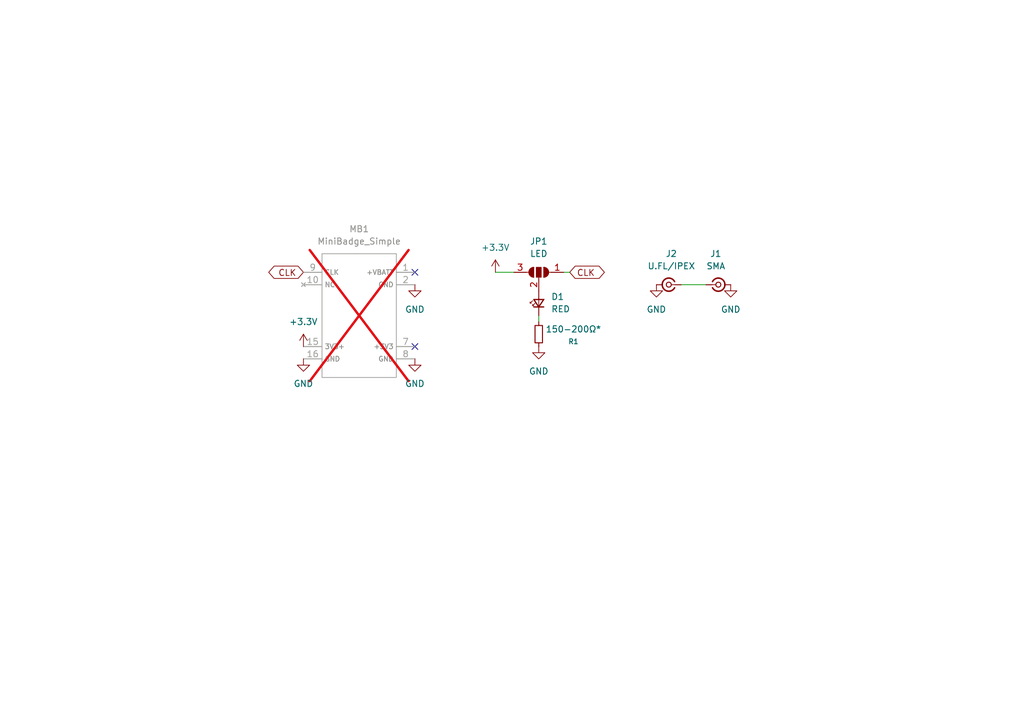
<source format=kicad_sch>
(kicad_sch (version 20250114) (generator "eeschema") (generator_version "9.0")
  (paper "A5")
  (lib_symbols
    (symbol "Connector:Conn_Coaxial_Small" (pin_numbers (hide yes)) (pin_names (offset 1.016) (hide yes))
      (property "Reference" "J" (at 0.254 3.048 0))
      (property "Value" "Conn_Coaxial_Small" (at 0 -3.81 0))
      (symbol "Conn_Coaxial_Small_0_1"
        (polyline (pts (xy -2.54 0) (xy -0.508 0)))
        (circle (center 0 0) (radius 0.508) (stroke (width 0.2032)))
      )
      (symbol "Conn_Coaxial_Small_1_1"
        (arc (start 1.3484 0.0039) (mid 0.327 -1.308) (end -1.1916 -0.6311) (stroke (width 0.3048)))
        (arc (start -1.1916 0.6311) (mid 0.327 1.3081) (end 1.3484 -0.0039) (stroke (width 0.3048)))
        (pin passive line (at -2.54 0 0) (length 1.27) (name "In") (number "1"))
        (pin passive line (at 2.54 0 180) (length 1.27) (name "Ext") (number "2"))
      )
    )
    (symbol "Device:LED_Small" (pin_numbers (hide yes)) (pin_names (offset 0.254) (hide yes))
      (property "Reference" "D" (at -1.27 3.175 0))
      (property "Value" "LED_Small" (at -4.445 -2.54 0))
      (symbol "LED_Small_0_1"
        (polyline (pts (xy -0.762 -1.016) (xy -0.762 1.016)) (stroke (width 0.254)))
        (polyline (pts (xy 0 0.762) (xy -0.508 1.27) (xy -0.254 1.27) (xy -0.508 1.27) (xy -0.508 1.016)))
        (polyline (pts (xy 0.508 1.27) (xy 0 1.778) (xy 0.254 1.778) (xy 0 1.778) (xy 0 1.524)))
        (polyline (pts (xy 0.762 -1.016) (xy -0.762 0) (xy 0.762 1.016) (xy 0.762 -1.016)) (stroke (width 0.254)))
        (polyline (pts (xy 1.016 0) (xy -0.762 0)))
      )
      (symbol "LED_Small_1_1"
        (pin passive line (at -2.54 0 0) (length 1.778) (name "K") (number "1"))
        (pin passive line (at 2.54 0 180) (length 1.778) (name "A") (number "2"))
      )
    )
    (symbol "Device:R_Small" (pin_numbers (hide yes)) (pin_names (offset 0.254) (hide yes))
      (property "Reference" "R" (at 0 0 90))
      (property "Value" "R_Small" (at 1.778 0 90))
      (symbol "R_Small_0_1"
        (rectangle (start -0.762 1.778) (end 0.762 -1.778) (stroke (width 0.2032)))
      )
      (symbol "R_Small_1_1"
        (pin passive line (at 0 2.54 270) (length 0.762) (name "~") (number "1"))
        (pin passive line (at 0 -2.54 90) (length 0.762) (name "~") (number "2"))
      )
    )
    (symbol "Jumper:SolderJumper_3_Open" (pin_names (offset 0) (hide yes)) (in_bom no)
      (property "Reference" "JP" (at -2.54 -2.54 0))
      (property "Value" "SolderJumper_3_Open" (at 0 2.794 0))
      (symbol "SolderJumper_3_Open_0_1"
        (polyline (pts (xy -2.54 0) (xy -2.032 0)))
        (polyline (pts (xy -1.016 1.016) (xy -1.016 -1.016)))
        (arc (start -1.016 -1.016) (mid -2.0276 0) (end -1.016 1.016))
        (arc (start -1.016 -1.016) (mid -2.0276 0) (end -1.016 1.016) (fill (type outline)))
        (rectangle (start -0.508 1.016) (end 0.508 -1.016) (fill (type outline)))
        (polyline (pts (xy 0 -1.27) (xy 0 -1.016)))
        (arc (start 1.016 1.016) (mid 2.0276 0) (end 1.016 -1.016))
        (arc (start 1.016 1.016) (mid 2.0276 0) (end 1.016 -1.016) (fill (type outline)))
        (polyline (pts (xy 1.016 1.016) (xy 1.016 -1.016)))
        (polyline (pts (xy 2.54 0) (xy 2.032 0)))
      )
      (symbol "SolderJumper_3_Open_1_1"
        (pin passive line (at -5.08 0 0) (length 2.54) (name "A") (number "1"))
        (pin passive line (at 0 -3.81 90) (length 2.54) (name "C") (number "2"))
        (pin passive line (at 5.08 0 180) (length 2.54) (name "B") (number "3"))
      )
    )
    (symbol "MiniBadge:MiniBadge_Simple"
      (property "Reference" "MB" (at 8.89 0 0))
      (property "Value" "MiniBadge_Simple" (at -10.16 0 0))
      (symbol "MiniBadge_Simple_0_1"
        (rectangle (start -12.7 7.62) (end 12.7 -7.62))
      )
      (symbol "MiniBadge_Simple_1_1"
        (pin power_out line (at -8.89 11.43 270) (length 3.81) (name "+VBATT") (number "1"))
        (pin output line (at -8.89 -11.43 90) (length 3.81) (name "CLK") (number "9"))
        (pin power_out line (at -6.35 11.43 270) (length 3.81) (name "GND") (number "2"))
        (pin no_connect line (at -6.35 -11.43 90) (length 3.81) (name "NC") (number "10"))
        (pin power_out line (at 6.35 11.43 270) (length 3.81) (name "+3V3") (number "7"))
        (pin power_out line (at 6.35 -11.43 90) (length 3.81) (name "3V3+") (number "15"))
        (pin power_out line (at 8.89 11.43 270) (length 3.81) (name "GND") (number "8"))
        (pin power_out line (at 8.89 -11.43 90) (length 3.81) (name "GND") (number "16"))
      )
    )
    (symbol "power:+3.3V" (power) (pin_numbers (hide yes)) (pin_names (offset 0) (hide yes))
      (property "Value" "+3.3V" (at 0 3.556 0))
      (symbol "+3.3V_0_1"
        (polyline (pts (xy -0.762 1.27) (xy 0 2.54)))
        (polyline (pts (xy 0 2.54) (xy 0.762 1.27)))
        (polyline (pts (xy 0 0) (xy 0 2.54)))
      )
      (symbol "+3.3V_1_1"
        (pin power_in line (at 0 0 90) (length 0) (name "~") (number "1"))
      )
    )
    (symbol "power:GND" (power) (pin_numbers (hide yes)) (pin_names (offset 0) (hide yes))
      (property "Value" "GND" (at 0 -3.81 0))
      (symbol "GND_0_1"
        (polyline (pts (xy 0 0) (xy 0 -1.27) (xy 1.27 -1.27) (xy 0 -2.54) (xy -1.27 -1.27) (xy 0 -1.27)))
      )
      (symbol "GND_1_1"
        (pin power_in line (at 0 0 270) (length 0) (name "~") (number "1"))
      )
    )
  )
  (no_connect (at 85.09 55.88))
  (no_connect (at 85.09 71.12))
  (wire (pts (xy 139.7 58.42) (xy 144.78 58.42)))
  (wire (pts (xy 116.84 55.88) (xy 115.57 55.88)))
  (wire (pts (xy 110.49 66.04) (xy 110.49 64.77)))
  (wire (pts (xy 101.6 55.88) (xy 105.41 55.88)))
  (global_label "CLK" (shape bidirectional) (at 62.23 55.88 180) (property "Intersheetrefs" "${INTERSHEET_REFS}" (effects (hide yes))))
  (global_label "CLK" (shape bidirectional) (at 116.84 55.88 0) (property "Intersheetrefs" "${INTERSHEET_REFS}" (effects (hide yes))))
  (symbol (lib_id "Connector:Conn_Coaxial_Small") (at 137.16 58.42 0) (mirror y) (unit 1)
    (property "Reference" "J2" (at 137.6796 52.07 0))
    (property "Value" "U.FL/IPEX" (at 137.6796 54.61 0))
    (property "Footprint" "Connector_Coaxial:U.FL_Hirose_U.FL-R-SMT-1_Vertical" (effects (hide yes)))
    (property "Description" "small coaxial connector (BNC, SMA, SMB, SMC, Cinch/RCA, LEMO, ...)" (effects (hide yes)))
    (property "LCSC Part #" "C19078354" (effects (hide yes)))
  )
  (symbol (lib_id "Jumper:SolderJumper_3_Open") (at 110.49 55.88 0) (mirror y) (unit 1) (in_bom no)
    (property "Reference" "JP1" (at 110.49 49.53 0))
    (property "Value" "LED" (at 110.49 52.07 0))
    (property "Footprint" "Jumper:SolderJumper-3_P1.3mm_Open_RoundedPad1.0x1.5mm_NumberLabels" (effects (hide yes)))
    (property "Description" "Solder Jumper, 3-pole, open" (effects (hide yes)))
  )
  (symbol (lib_id "power:GND") (at 149.86 58.42 0) (unit 1)
    (property "Reference" "#PWR09" (effects (hide yes)))
    (property "Value" "GND" (at 149.86 63.5 0))
    (property "Description" "Power symbol creates a global label with name \"GND\" , ground" (effects (hide yes)))
  )
  (symbol (lib_id "Device:R_Small") (at 110.49 68.58 0) (unit 1)
    (property "Reference" "R1" (at 117.602 70.104 0) (effects (font (size 1.016 1.016))))
    (property "Value" "150-200Ω*" (at 117.602 67.564 0))
    (property "Footprint" "Resistor_SMD:R_0603_1608Metric" (effects (hide yes)))
    (property "Description" "Resistor, small symbol" (effects (hide yes)))
    (property "LCSC Part #" "C22808" (effects (hide yes)))
  )
  (symbol (lib_id "power:GND") (at 85.09 73.66 0) (unit 1)
    (property "Reference" "#PWR01" (effects (hide yes)))
    (property "Value" "GND" (at 85.09 78.74 0))
    (property "Description" "Power symbol creates a global label with name \"GND\" , ground" (effects (hide yes)))
  )
  (symbol (lib_id "Device:LED_Small") (at 110.49 62.23 90) (unit 1)
    (property "Reference" "D1" (at 113.03 60.8964 90) (effects (justify right)))
    (property "Value" "RED" (at 113.03 63.4364 90) (effects (justify right)))
    (property "Footprint" "LED_SMD:LED_0805_2012Metric" (effects (hide yes)))
    (property "Description" "Light emitting diode, small symbol" (effects (hide yes)))
    (property "Sim.Pin" "1=K 2=A" (effects (hide yes)))
    (property "LCSC Part #" "C84256" (effects (hide yes)))
  )
  (symbol (lib_id "MiniBadge:MiniBadge_Simple") (at 73.66 64.77 270) (unit 1) (in_bom no) (dnp yes)
    (property "Reference" "MB1" (at 73.66 46.99 90))
    (property "Value" "MiniBadge_Simple" (at 73.66 49.53 90))
    (property "Footprint" "MiniBadge:MiniBadge_Simple_NoEdges" (effects (hide yes)))
  )
  (symbol (lib_id "power:GND") (at 62.23 73.66 0) (unit 1)
    (property "Reference" "#PWR02" (effects (hide yes)))
    (property "Value" "GND" (at 62.23 78.74 0))
    (property "Description" "Power symbol creates a global label with name \"GND\" , ground" (effects (hide yes)))
  )
  (symbol (lib_id "power:GND") (at 110.49 71.12 0) (unit 1)
    (property "Reference" "#PWR07" (effects (hide yes)))
    (property "Value" "GND" (at 110.49 76.2 0))
    (property "Description" "Power symbol creates a global label with name \"GND\" , ground" (effects (hide yes)))
  )
  (symbol (lib_id "Connector:Conn_Coaxial_Small") (at 147.32 58.42 0) (unit 1)
    (property "Reference" "J1" (at 146.8004 52.07 0))
    (property "Value" "SMA" (at 146.8004 54.61 0))
    (property "Footprint" "Connector_Coaxial:SMA_Amphenol_132289_EdgeMount" (effects (hide yes)))
    (property "Description" "small coaxial connector (BNC, SMA, SMB, SMC, Cinch/RCA, LEMO, ...)" (effects (hide yes)))
    (property "LCSC Part #" "C5301850" (effects (hide yes)))
  )
  (symbol (lib_id "power:GND") (at 134.62 58.42 0) (unit 1)
    (property "Reference" "#PWR08" (effects (hide yes)))
    (property "Value" "GND" (at 134.62 63.5 0))
    (property "Description" "Power symbol creates a global label with name \"GND\" , ground" (effects (hide yes)))
  )
  (symbol (lib_id "power:+3.3V") (at 101.6 55.88 0) (unit 1)
    (property "Reference" "#PWR06" (effects (hide yes)))
    (property "Value" "+3.3V" (at 101.6 50.8 0))
    (property "Description" "Power symbol creates a global label with name \"+3.3V\"" (effects (hide yes)))
  )
  (symbol (lib_id "power:+3.3V") (at 62.23 71.12 0) (unit 1)
    (property "Reference" "#PWR05" (effects (hide yes)))
    (property "Value" "+3.3V" (at 62.23 66.04 0))
    (property "Description" "Power symbol creates a global label with name \"+3.3V\"" (effects (hide yes)))
  )
  (symbol (lib_id "power:GND") (at 85.09 58.42 0) (unit 1)
    (property "Reference" "#PWR03" (effects (hide yes)))
    (property "Value" "GND" (at 85.09 63.5 0))
    (property "Description" "Power symbol creates a global label with name \"GND\" , ground" (effects (hide yes)))
  )
)
</source>
